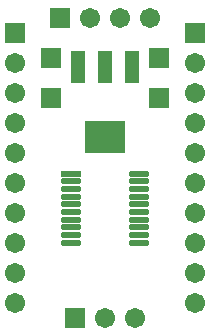
<source format=gts>
G04 Layer_Color=8388736*
%FSTAX24Y24*%
%MOIN*%
G70*
G01*
G75*
%ADD28O,0.0710X0.0218*%
%ADD29R,0.0710X0.0218*%
%ADD30R,0.0454X0.1084*%
%ADD31R,0.1379X0.1084*%
%ADD32R,0.0710X0.0710*%
%ADD33C,0.0671*%
%ADD34R,0.0671X0.0671*%
%ADD35R,0.0671X0.0671*%
D28*
X046122Y023004D02*
D03*
Y02326D02*
D03*
X043878Y023004D02*
D03*
Y02326D02*
D03*
Y025052D02*
D03*
Y024796D02*
D03*
Y02454D02*
D03*
Y024284D02*
D03*
Y024028D02*
D03*
Y023772D02*
D03*
Y023516D02*
D03*
X046122Y025307D02*
D03*
Y025052D02*
D03*
Y024796D02*
D03*
Y02454D02*
D03*
Y024284D02*
D03*
Y024028D02*
D03*
Y023772D02*
D03*
Y023516D02*
D03*
D29*
X043878Y025307D02*
D03*
D30*
X045906Y028871D02*
D03*
X045D02*
D03*
X044094D02*
D03*
D31*
X045Y026529D02*
D03*
D32*
X0468Y029169D02*
D03*
Y027831D02*
D03*
X0432Y027831D02*
D03*
Y029169D02*
D03*
D33*
X046Y0205D02*
D03*
X045D02*
D03*
X048Y021D02*
D03*
Y022D02*
D03*
Y023D02*
D03*
Y024D02*
D03*
Y025D02*
D03*
Y029D02*
D03*
Y028D02*
D03*
Y027D02*
D03*
Y026D02*
D03*
X042Y021D02*
D03*
Y022D02*
D03*
Y023D02*
D03*
Y024D02*
D03*
Y025D02*
D03*
Y029D02*
D03*
Y028D02*
D03*
Y027D02*
D03*
Y026D02*
D03*
X0445Y0305D02*
D03*
X0455D02*
D03*
X0465D02*
D03*
D34*
X044Y0205D02*
D03*
X0435Y0305D02*
D03*
D35*
X048Y03D02*
D03*
X042D02*
D03*
M02*

</source>
